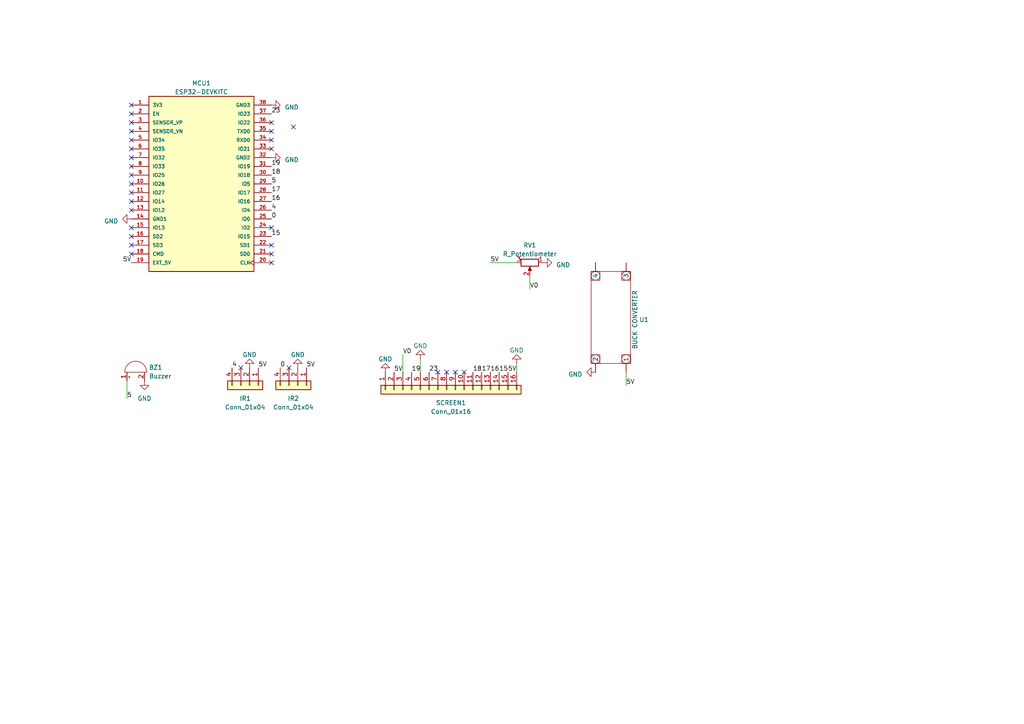
<source format=kicad_sch>
(kicad_sch (version 20230121) (generator eeschema)

  (uuid ffde6766-f3f5-404a-8f13-21f532682008)

  (paper "A4")

  (title_block
    (title "IR Car Speed Detector PCB")
    (date "2023-10-16")
    (company "Dov Cattan")
  )

  (lib_symbols
    (symbol "Connector_Generic:Conn_01x04" (pin_names (offset 1.016) hide) (in_bom yes) (on_board yes)
      (property "Reference" "J" (at 0 5.08 0)
        (effects (font (size 1.27 1.27)))
      )
      (property "Value" "Conn_01x04" (at 0 -7.62 0)
        (effects (font (size 1.27 1.27)))
      )
      (property "Footprint" "" (at 0 0 0)
        (effects (font (size 1.27 1.27)) hide)
      )
      (property "Datasheet" "~" (at 0 0 0)
        (effects (font (size 1.27 1.27)) hide)
      )
      (property "ki_keywords" "connector" (at 0 0 0)
        (effects (font (size 1.27 1.27)) hide)
      )
      (property "ki_description" "Generic connector, single row, 01x04, script generated (kicad-library-utils/schlib/autogen/connector/)" (at 0 0 0)
        (effects (font (size 1.27 1.27)) hide)
      )
      (property "ki_fp_filters" "Connector*:*_1x??_*" (at 0 0 0)
        (effects (font (size 1.27 1.27)) hide)
      )
      (symbol "Conn_01x04_1_1"
        (rectangle (start -1.27 -4.953) (end 0 -5.207)
          (stroke (width 0.1524) (type default))
          (fill (type none))
        )
        (rectangle (start -1.27 -2.413) (end 0 -2.667)
          (stroke (width 0.1524) (type default))
          (fill (type none))
        )
        (rectangle (start -1.27 0.127) (end 0 -0.127)
          (stroke (width 0.1524) (type default))
          (fill (type none))
        )
        (rectangle (start -1.27 2.667) (end 0 2.413)
          (stroke (width 0.1524) (type default))
          (fill (type none))
        )
        (rectangle (start -1.27 3.81) (end 1.27 -6.35)
          (stroke (width 0.254) (type default))
          (fill (type background))
        )
        (pin passive line (at -5.08 2.54 0) (length 3.81)
          (name "Pin_1" (effects (font (size 1.27 1.27))))
          (number "1" (effects (font (size 1.27 1.27))))
        )
        (pin passive line (at -5.08 0 0) (length 3.81)
          (name "Pin_2" (effects (font (size 1.27 1.27))))
          (number "2" (effects (font (size 1.27 1.27))))
        )
        (pin passive line (at -5.08 -2.54 0) (length 3.81)
          (name "Pin_3" (effects (font (size 1.27 1.27))))
          (number "3" (effects (font (size 1.27 1.27))))
        )
        (pin passive line (at -5.08 -5.08 0) (length 3.81)
          (name "Pin_4" (effects (font (size 1.27 1.27))))
          (number "4" (effects (font (size 1.27 1.27))))
        )
      )
    )
    (symbol "Connector_Generic:Conn_01x16" (pin_names (offset 1.016) hide) (in_bom yes) (on_board yes)
      (property "Reference" "J" (at 0 20.32 0)
        (effects (font (size 1.27 1.27)))
      )
      (property "Value" "Conn_01x16" (at 0 -22.86 0)
        (effects (font (size 1.27 1.27)))
      )
      (property "Footprint" "" (at 0 0 0)
        (effects (font (size 1.27 1.27)) hide)
      )
      (property "Datasheet" "~" (at 0 0 0)
        (effects (font (size 1.27 1.27)) hide)
      )
      (property "ki_keywords" "connector" (at 0 0 0)
        (effects (font (size 1.27 1.27)) hide)
      )
      (property "ki_description" "Generic connector, single row, 01x16, script generated (kicad-library-utils/schlib/autogen/connector/)" (at 0 0 0)
        (effects (font (size 1.27 1.27)) hide)
      )
      (property "ki_fp_filters" "Connector*:*_1x??_*" (at 0 0 0)
        (effects (font (size 1.27 1.27)) hide)
      )
      (symbol "Conn_01x16_1_1"
        (rectangle (start -1.27 -20.193) (end 0 -20.447)
          (stroke (width 0.1524) (type default))
          (fill (type none))
        )
        (rectangle (start -1.27 -17.653) (end 0 -17.907)
          (stroke (width 0.1524) (type default))
          (fill (type none))
        )
        (rectangle (start -1.27 -15.113) (end 0 -15.367)
          (stroke (width 0.1524) (type default))
          (fill (type none))
        )
        (rectangle (start -1.27 -12.573) (end 0 -12.827)
          (stroke (width 0.1524) (type default))
          (fill (type none))
        )
        (rectangle (start -1.27 -10.033) (end 0 -10.287)
          (stroke (width 0.1524) (type default))
          (fill (type none))
        )
        (rectangle (start -1.27 -7.493) (end 0 -7.747)
          (stroke (width 0.1524) (type default))
          (fill (type none))
        )
        (rectangle (start -1.27 -4.953) (end 0 -5.207)
          (stroke (width 0.1524) (type default))
          (fill (type none))
        )
        (rectangle (start -1.27 -2.413) (end 0 -2.667)
          (stroke (width 0.1524) (type default))
          (fill (type none))
        )
        (rectangle (start -1.27 0.127) (end 0 -0.127)
          (stroke (width 0.1524) (type default))
          (fill (type none))
        )
        (rectangle (start -1.27 2.667) (end 0 2.413)
          (stroke (width 0.1524) (type default))
          (fill (type none))
        )
        (rectangle (start -1.27 5.207) (end 0 4.953)
          (stroke (width 0.1524) (type default))
          (fill (type none))
        )
        (rectangle (start -1.27 7.747) (end 0 7.493)
          (stroke (width 0.1524) (type default))
          (fill (type none))
        )
        (rectangle (start -1.27 10.287) (end 0 10.033)
          (stroke (width 0.1524) (type default))
          (fill (type none))
        )
        (rectangle (start -1.27 12.827) (end 0 12.573)
          (stroke (width 0.1524) (type default))
          (fill (type none))
        )
        (rectangle (start -1.27 15.367) (end 0 15.113)
          (stroke (width 0.1524) (type default))
          (fill (type none))
        )
        (rectangle (start -1.27 17.907) (end 0 17.653)
          (stroke (width 0.1524) (type default))
          (fill (type none))
        )
        (rectangle (start -1.27 19.05) (end 1.27 -21.59)
          (stroke (width 0.254) (type default))
          (fill (type background))
        )
        (pin passive line (at -5.08 17.78 0) (length 3.81)
          (name "Pin_1" (effects (font (size 1.27 1.27))))
          (number "1" (effects (font (size 1.27 1.27))))
        )
        (pin passive line (at -5.08 -5.08 0) (length 3.81)
          (name "Pin_10" (effects (font (size 1.27 1.27))))
          (number "10" (effects (font (size 1.27 1.27))))
        )
        (pin passive line (at -5.08 -7.62 0) (length 3.81)
          (name "Pin_11" (effects (font (size 1.27 1.27))))
          (number "11" (effects (font (size 1.27 1.27))))
        )
        (pin passive line (at -5.08 -10.16 0) (length 3.81)
          (name "Pin_12" (effects (font (size 1.27 1.27))))
          (number "12" (effects (font (size 1.27 1.27))))
        )
        (pin passive line (at -5.08 -12.7 0) (length 3.81)
          (name "Pin_13" (effects (font (size 1.27 1.27))))
          (number "13" (effects (font (size 1.27 1.27))))
        )
        (pin passive line (at -5.08 -15.24 0) (length 3.81)
          (name "Pin_14" (effects (font (size 1.27 1.27))))
          (number "14" (effects (font (size 1.27 1.27))))
        )
        (pin passive line (at -5.08 -17.78 0) (length 3.81)
          (name "Pin_15" (effects (font (size 1.27 1.27))))
          (number "15" (effects (font (size 1.27 1.27))))
        )
        (pin passive line (at -5.08 -20.32 0) (length 3.81)
          (name "Pin_16" (effects (font (size 1.27 1.27))))
          (number "16" (effects (font (size 1.27 1.27))))
        )
        (pin passive line (at -5.08 15.24 0) (length 3.81)
          (name "Pin_2" (effects (font (size 1.27 1.27))))
          (number "2" (effects (font (size 1.27 1.27))))
        )
        (pin passive line (at -5.08 12.7 0) (length 3.81)
          (name "Pin_3" (effects (font (size 1.27 1.27))))
          (number "3" (effects (font (size 1.27 1.27))))
        )
        (pin passive line (at -5.08 10.16 0) (length 3.81)
          (name "Pin_4" (effects (font (size 1.27 1.27))))
          (number "4" (effects (font (size 1.27 1.27))))
        )
        (pin passive line (at -5.08 7.62 0) (length 3.81)
          (name "Pin_5" (effects (font (size 1.27 1.27))))
          (number "5" (effects (font (size 1.27 1.27))))
        )
        (pin passive line (at -5.08 5.08 0) (length 3.81)
          (name "Pin_6" (effects (font (size 1.27 1.27))))
          (number "6" (effects (font (size 1.27 1.27))))
        )
        (pin passive line (at -5.08 2.54 0) (length 3.81)
          (name "Pin_7" (effects (font (size 1.27 1.27))))
          (number "7" (effects (font (size 1.27 1.27))))
        )
        (pin passive line (at -5.08 0 0) (length 3.81)
          (name "Pin_8" (effects (font (size 1.27 1.27))))
          (number "8" (effects (font (size 1.27 1.27))))
        )
        (pin passive line (at -5.08 -2.54 0) (length 3.81)
          (name "Pin_9" (effects (font (size 1.27 1.27))))
          (number "9" (effects (font (size 1.27 1.27))))
        )
      )
    )
    (symbol "DC-DC lm2596 Module:LM2596_DC-DC" (in_bom yes) (on_board yes)
      (property "Reference" "U1" (at 0 0 90)
        (effects (font (size 1.27 1.27)) (justify left))
      )
      (property "Value" "BUCK CONVERTER" (at 0 0 0)
        (effects (font (size 1.27 1.27)))
      )
      (property "Footprint" "shifting-2023-04-19_134047:DD_3amp-w_pot_holes" (at 0 0 0)
        (effects (font (size 1.27 1.27)) hide)
      )
      (property "Datasheet" "" (at 0 0 0)
        (effects (font (size 1.27 1.27)) hide)
      )
      (symbol "LM2596_DC-DC_0_1"
        (rectangle (start -13.97 -10.16) (end -11.43 -12.7)
          (stroke (width 0) (type default))
          (fill (type none))
        )
        (rectangle (start -13.97 -1.27) (end -11.43 -3.81)
          (stroke (width 0) (type default))
          (fill (type none))
        )
        (rectangle (start -13.97 -1.27) (end 12.7 -12.7)
          (stroke (width 0) (type default))
          (fill (type none))
        )
        (circle (center -12.7 -11.43) (radius 1.27)
          (stroke (width 0) (type default))
          (fill (type none))
        )
        (circle (center -12.7 -2.54) (radius 1.27)
          (stroke (width 0) (type default))
          (fill (type none))
        )
        (rectangle (start 10.16 -10.16) (end 12.7 -12.7)
          (stroke (width 0) (type default))
          (fill (type none))
        )
        (rectangle (start 10.16 -1.27) (end 12.7 -3.81)
          (stroke (width 0) (type default))
          (fill (type none))
        )
        (circle (center 11.43 -11.43) (radius 1.27)
          (stroke (width 0) (type default))
          (fill (type none))
        )
        (circle (center 11.43 -2.54) (radius 1.27)
          (stroke (width 0) (type default))
          (fill (type none))
        )
      )
      (symbol "LM2596_DC-DC_1_1"
        (pin input line (at 15.24 -2.54 180) (length 2.54)
          (name "1" (effects (font (size 1.27 1.27))))
          (number "" (effects (font (size 1.27 1.27))))
        )
        (pin input line (at 15.24 -11.43 180) (length 2.54)
          (name "2" (effects (font (size 1.27 1.27))))
          (number "" (effects (font (size 1.27 1.27))))
        )
        (pin output line (at -16.51 -2.54 0) (length 2.54)
          (name "3" (effects (font (size 1.27 1.27))))
          (number "" (effects (font (size 1.27 1.27))))
        )
        (pin output line (at -16.51 -11.43 0) (length 2.54)
          (name "4" (effects (font (size 1.27 1.27))))
          (number "" (effects (font (size 1.27 1.27))))
        )
      )
    )
    (symbol "Device:Buzzer" (pin_names (offset 0.0254) hide) (in_bom yes) (on_board yes)
      (property "Reference" "BZ" (at 3.81 1.27 0)
        (effects (font (size 1.27 1.27)) (justify left))
      )
      (property "Value" "Buzzer" (at 3.81 -1.27 0)
        (effects (font (size 1.27 1.27)) (justify left))
      )
      (property "Footprint" "" (at -0.635 2.54 90)
        (effects (font (size 1.27 1.27)) hide)
      )
      (property "Datasheet" "~" (at -0.635 2.54 90)
        (effects (font (size 1.27 1.27)) hide)
      )
      (property "ki_keywords" "quartz resonator ceramic" (at 0 0 0)
        (effects (font (size 1.27 1.27)) hide)
      )
      (property "ki_description" "Buzzer, polarized" (at 0 0 0)
        (effects (font (size 1.27 1.27)) hide)
      )
      (property "ki_fp_filters" "*Buzzer*" (at 0 0 0)
        (effects (font (size 1.27 1.27)) hide)
      )
      (symbol "Buzzer_0_1"
        (arc (start 0 -3.175) (mid 3.1612 0) (end 0 3.175)
          (stroke (width 0) (type default))
          (fill (type none))
        )
        (polyline
          (pts
            (xy -1.651 1.905)
            (xy -1.143 1.905)
          )
          (stroke (width 0) (type default))
          (fill (type none))
        )
        (polyline
          (pts
            (xy -1.397 2.159)
            (xy -1.397 1.651)
          )
          (stroke (width 0) (type default))
          (fill (type none))
        )
        (polyline
          (pts
            (xy 0 3.175)
            (xy 0 -3.175)
          )
          (stroke (width 0) (type default))
          (fill (type none))
        )
      )
      (symbol "Buzzer_1_1"
        (pin passive line (at -2.54 2.54 0) (length 2.54)
          (name "-" (effects (font (size 1.27 1.27))))
          (number "1" (effects (font (size 1.27 1.27))))
        )
        (pin passive line (at -2.54 -2.54 0) (length 2.54)
          (name "+" (effects (font (size 1.27 1.27))))
          (number "2" (effects (font (size 1.27 1.27))))
        )
      )
    )
    (symbol "Device:R_Potentiometer" (pin_names (offset 1.016) hide) (in_bom yes) (on_board yes)
      (property "Reference" "RV" (at -4.445 0 90)
        (effects (font (size 1.27 1.27)))
      )
      (property "Value" "R_Potentiometer" (at -2.54 0 90)
        (effects (font (size 1.27 1.27)))
      )
      (property "Footprint" "" (at 0 0 0)
        (effects (font (size 1.27 1.27)) hide)
      )
      (property "Datasheet" "~" (at 0 0 0)
        (effects (font (size 1.27 1.27)) hide)
      )
      (property "ki_keywords" "resistor variable" (at 0 0 0)
        (effects (font (size 1.27 1.27)) hide)
      )
      (property "ki_description" "Potentiometer" (at 0 0 0)
        (effects (font (size 1.27 1.27)) hide)
      )
      (property "ki_fp_filters" "Potentiometer*" (at 0 0 0)
        (effects (font (size 1.27 1.27)) hide)
      )
      (symbol "R_Potentiometer_0_1"
        (polyline
          (pts
            (xy 2.54 0)
            (xy 1.524 0)
          )
          (stroke (width 0) (type default))
          (fill (type none))
        )
        (polyline
          (pts
            (xy 1.143 0)
            (xy 2.286 0.508)
            (xy 2.286 -0.508)
            (xy 1.143 0)
          )
          (stroke (width 0) (type default))
          (fill (type outline))
        )
        (rectangle (start 1.016 2.54) (end -1.016 -2.54)
          (stroke (width 0.254) (type default))
          (fill (type none))
        )
      )
      (symbol "R_Potentiometer_1_1"
        (pin passive line (at 0 3.81 270) (length 1.27)
          (name "1" (effects (font (size 1.27 1.27))))
          (number "1" (effects (font (size 1.27 1.27))))
        )
        (pin passive line (at 3.81 0 180) (length 1.27)
          (name "2" (effects (font (size 1.27 1.27))))
          (number "2" (effects (font (size 1.27 1.27))))
        )
        (pin passive line (at 0 -3.81 90) (length 1.27)
          (name "3" (effects (font (size 1.27 1.27))))
          (number "3" (effects (font (size 1.27 1.27))))
        )
      )
    )
    (symbol "ESP32-DEVKITC:ESP32-DEVKITC" (pin_names (offset 1.016)) (in_bom yes) (on_board yes)
      (property "Reference" "U" (at -15.2654 26.0604 0)
        (effects (font (size 1.27 1.27)) (justify left bottom))
      )
      (property "Value" "ESP32-DEVKITC" (at -15.2654 -27.9654 0)
        (effects (font (size 1.27 1.27)) (justify left bottom))
      )
      (property "Footprint" "MODULE_ESP32-DEVKITC" (at 0 0 0)
        (effects (font (size 1.27 1.27)) (justify left bottom) hide)
      )
      (property "Datasheet" "" (at 0 0 0)
        (effects (font (size 1.27 1.27)) (justify left bottom) hide)
      )
      (property "STANDARD" "Manufacturer Recommendations" (at 0 0 0)
        (effects (font (size 1.27 1.27)) (justify left bottom) hide)
      )
      (property "PARTREV" "N/A" (at 0 0 0)
        (effects (font (size 1.27 1.27)) (justify left bottom) hide)
      )
      (property "MANUFACTURER" "ESPRESSIF" (at 0 0 0)
        (effects (font (size 1.27 1.27)) (justify left bottom) hide)
      )
      (property "ki_locked" "" (at 0 0 0)
        (effects (font (size 1.27 1.27)))
      )
      (symbol "ESP32-DEVKITC_0_0"
        (rectangle (start -15.24 -25.4) (end 15.24 25.4)
          (stroke (width 0.254) (type solid))
          (fill (type background))
        )
        (pin power_in line (at -20.32 22.86 0) (length 5.08)
          (name "3V3" (effects (font (size 1.016 1.016))))
          (number "1" (effects (font (size 1.016 1.016))))
        )
        (pin bidirectional line (at -20.32 0 0) (length 5.08)
          (name "IO26" (effects (font (size 1.016 1.016))))
          (number "10" (effects (font (size 1.016 1.016))))
        )
        (pin bidirectional line (at -20.32 -2.54 0) (length 5.08)
          (name "IO27" (effects (font (size 1.016 1.016))))
          (number "11" (effects (font (size 1.016 1.016))))
        )
        (pin bidirectional line (at -20.32 -5.08 0) (length 5.08)
          (name "IO14" (effects (font (size 1.016 1.016))))
          (number "12" (effects (font (size 1.016 1.016))))
        )
        (pin bidirectional line (at -20.32 -7.62 0) (length 5.08)
          (name "IO12" (effects (font (size 1.016 1.016))))
          (number "13" (effects (font (size 1.016 1.016))))
        )
        (pin power_in line (at -20.32 -10.16 0) (length 5.08)
          (name "GND1" (effects (font (size 1.016 1.016))))
          (number "14" (effects (font (size 1.016 1.016))))
        )
        (pin bidirectional line (at -20.32 -12.7 0) (length 5.08)
          (name "IO13" (effects (font (size 1.016 1.016))))
          (number "15" (effects (font (size 1.016 1.016))))
        )
        (pin bidirectional line (at -20.32 -15.24 0) (length 5.08)
          (name "SD2" (effects (font (size 1.016 1.016))))
          (number "16" (effects (font (size 1.016 1.016))))
        )
        (pin bidirectional line (at -20.32 -17.78 0) (length 5.08)
          (name "SD3" (effects (font (size 1.016 1.016))))
          (number "17" (effects (font (size 1.016 1.016))))
        )
        (pin bidirectional line (at -20.32 -20.32 0) (length 5.08)
          (name "CMD" (effects (font (size 1.016 1.016))))
          (number "18" (effects (font (size 1.016 1.016))))
        )
        (pin power_in line (at -20.32 -22.86 0) (length 5.08)
          (name "EXT_5V" (effects (font (size 1.016 1.016))))
          (number "19" (effects (font (size 1.016 1.016))))
        )
        (pin input line (at -20.32 20.32 0) (length 5.08)
          (name "EN" (effects (font (size 1.016 1.016))))
          (number "2" (effects (font (size 1.016 1.016))))
        )
        (pin input clock (at 20.32 -22.86 180) (length 5.08)
          (name "CLK" (effects (font (size 1.016 1.016))))
          (number "20" (effects (font (size 1.016 1.016))))
        )
        (pin bidirectional line (at 20.32 -20.32 180) (length 5.08)
          (name "SD0" (effects (font (size 1.016 1.016))))
          (number "21" (effects (font (size 1.016 1.016))))
        )
        (pin bidirectional line (at 20.32 -17.78 180) (length 5.08)
          (name "SD1" (effects (font (size 1.016 1.016))))
          (number "22" (effects (font (size 1.016 1.016))))
        )
        (pin bidirectional line (at 20.32 -15.24 180) (length 5.08)
          (name "IO15" (effects (font (size 1.016 1.016))))
          (number "23" (effects (font (size 1.016 1.016))))
        )
        (pin bidirectional line (at 20.32 -12.7 180) (length 5.08)
          (name "IO2" (effects (font (size 1.016 1.016))))
          (number "24" (effects (font (size 1.016 1.016))))
        )
        (pin bidirectional line (at 20.32 -10.16 180) (length 5.08)
          (name "IO0" (effects (font (size 1.016 1.016))))
          (number "25" (effects (font (size 1.016 1.016))))
        )
        (pin bidirectional line (at 20.32 -7.62 180) (length 5.08)
          (name "IO4" (effects (font (size 1.016 1.016))))
          (number "26" (effects (font (size 1.016 1.016))))
        )
        (pin bidirectional line (at 20.32 -5.08 180) (length 5.08)
          (name "IO16" (effects (font (size 1.016 1.016))))
          (number "27" (effects (font (size 1.016 1.016))))
        )
        (pin bidirectional line (at 20.32 -2.54 180) (length 5.08)
          (name "IO17" (effects (font (size 1.016 1.016))))
          (number "28" (effects (font (size 1.016 1.016))))
        )
        (pin bidirectional line (at 20.32 0 180) (length 5.08)
          (name "IO5" (effects (font (size 1.016 1.016))))
          (number "29" (effects (font (size 1.016 1.016))))
        )
        (pin input line (at -20.32 17.78 0) (length 5.08)
          (name "SENSOR_VP" (effects (font (size 1.016 1.016))))
          (number "3" (effects (font (size 1.016 1.016))))
        )
        (pin bidirectional line (at 20.32 2.54 180) (length 5.08)
          (name "IO18" (effects (font (size 1.016 1.016))))
          (number "30" (effects (font (size 1.016 1.016))))
        )
        (pin bidirectional line (at 20.32 5.08 180) (length 5.08)
          (name "IO19" (effects (font (size 1.016 1.016))))
          (number "31" (effects (font (size 1.016 1.016))))
        )
        (pin power_in line (at 20.32 7.62 180) (length 5.08)
          (name "GND2" (effects (font (size 1.016 1.016))))
          (number "32" (effects (font (size 1.016 1.016))))
        )
        (pin bidirectional line (at 20.32 10.16 180) (length 5.08)
          (name "IO21" (effects (font (size 1.016 1.016))))
          (number "33" (effects (font (size 1.016 1.016))))
        )
        (pin input line (at 20.32 12.7 180) (length 5.08)
          (name "RXD0" (effects (font (size 1.016 1.016))))
          (number "34" (effects (font (size 1.016 1.016))))
        )
        (pin output line (at 20.32 15.24 180) (length 5.08)
          (name "TXD0" (effects (font (size 1.016 1.016))))
          (number "35" (effects (font (size 1.016 1.016))))
        )
        (pin bidirectional line (at 20.32 17.78 180) (length 5.08)
          (name "IO22" (effects (font (size 1.016 1.016))))
          (number "36" (effects (font (size 1.016 1.016))))
        )
        (pin bidirectional line (at 20.32 20.32 180) (length 5.08)
          (name "IO23" (effects (font (size 1.016 1.016))))
          (number "37" (effects (font (size 1.016 1.016))))
        )
        (pin power_in line (at 20.32 22.86 180) (length 5.08)
          (name "GND3" (effects (font (size 1.016 1.016))))
          (number "38" (effects (font (size 1.016 1.016))))
        )
        (pin input line (at -20.32 15.24 0) (length 5.08)
          (name "SENSOR_VN" (effects (font (size 1.016 1.016))))
          (number "4" (effects (font (size 1.016 1.016))))
        )
        (pin bidirectional line (at -20.32 12.7 0) (length 5.08)
          (name "IO34" (effects (font (size 1.016 1.016))))
          (number "5" (effects (font (size 1.016 1.016))))
        )
        (pin bidirectional line (at -20.32 10.16 0) (length 5.08)
          (name "IO35" (effects (font (size 1.016 1.016))))
          (number "6" (effects (font (size 1.016 1.016))))
        )
        (pin bidirectional line (at -20.32 7.62 0) (length 5.08)
          (name "IO32" (effects (font (size 1.016 1.016))))
          (number "7" (effects (font (size 1.016 1.016))))
        )
        (pin bidirectional line (at -20.32 5.08 0) (length 5.08)
          (name "IO33" (effects (font (size 1.016 1.016))))
          (number "8" (effects (font (size 1.016 1.016))))
        )
        (pin bidirectional line (at -20.32 2.54 0) (length 5.08)
          (name "IO25" (effects (font (size 1.016 1.016))))
          (number "9" (effects (font (size 1.016 1.016))))
        )
      )
    )
    (symbol "power:GND" (power) (pin_names (offset 0)) (in_bom yes) (on_board yes)
      (property "Reference" "#PWR" (at 0 -6.35 0)
        (effects (font (size 1.27 1.27)) hide)
      )
      (property "Value" "GND" (at 0 -3.81 0)
        (effects (font (size 1.27 1.27)))
      )
      (property "Footprint" "" (at 0 0 0)
        (effects (font (size 1.27 1.27)) hide)
      )
      (property "Datasheet" "" (at 0 0 0)
        (effects (font (size 1.27 1.27)) hide)
      )
      (property "ki_keywords" "global power" (at 0 0 0)
        (effects (font (size 1.27 1.27)) hide)
      )
      (property "ki_description" "Power symbol creates a global label with name \"GND\" , ground" (at 0 0 0)
        (effects (font (size 1.27 1.27)) hide)
      )
      (symbol "GND_0_1"
        (polyline
          (pts
            (xy 0 0)
            (xy 0 -1.27)
            (xy 1.27 -1.27)
            (xy 0 -2.54)
            (xy -1.27 -1.27)
            (xy 0 -1.27)
          )
          (stroke (width 0) (type default))
          (fill (type none))
        )
      )
      (symbol "GND_1_1"
        (pin power_in line (at 0 0 270) (length 0) hide
          (name "GND" (effects (font (size 1.27 1.27))))
          (number "1" (effects (font (size 1.27 1.27))))
        )
      )
    )
  )


  (no_connect (at 78.74 73.66) (uuid 01caa31b-05d8-4123-8076-02763a430984))
  (no_connect (at 78.74 35.56) (uuid 1267f91a-0b0c-4cf4-b2ad-04a05865610b))
  (no_connect (at 132.08 107.95) (uuid 138d8654-c744-4538-b09a-80641c035f82))
  (no_connect (at 78.74 40.64) (uuid 18e8074a-9411-4087-a13e-a0b105cd47a6))
  (no_connect (at 134.62 107.95) (uuid 199a3d74-8766-4c91-b7ed-c95ba7b786c9))
  (no_connect (at 78.74 66.04) (uuid 1f027c13-6926-437a-8582-4ea8a652c09f))
  (no_connect (at 38.1 40.64) (uuid 20846fcb-63fd-454d-8455-e97e241e83b5))
  (no_connect (at 38.1 48.26) (uuid 373b8588-fed9-437b-823d-d6d4ddd8b7d6))
  (no_connect (at 38.1 60.96) (uuid 3d9342da-68ae-4035-9134-83b78da36773))
  (no_connect (at 85.09 36.83) (uuid 3e7e5299-5171-4853-a8d9-bc2eb21a3b36))
  (no_connect (at 38.1 35.56) (uuid 49b6576f-7a16-4bf0-a4d0-f1f9bb93a4d5))
  (no_connect (at 38.1 30.48) (uuid 4b9de218-34f5-4c0c-81a5-e4a1e9cc1817))
  (no_connect (at 38.1 55.88) (uuid 57543efc-218e-4bae-a806-17ed14efd3b4))
  (no_connect (at 78.74 38.1) (uuid 5e1101a6-7934-4086-bdd1-c1d05c54321c))
  (no_connect (at 69.85 106.68) (uuid 5faa3bb5-8278-4f71-a6ec-85e8682e2119))
  (no_connect (at 38.1 71.12) (uuid 77b54f82-e218-4eef-9e93-140098465049))
  (no_connect (at 38.1 45.72) (uuid 7910abe1-56e0-48f2-a0ab-5dffc4c3c7d6))
  (no_connect (at 78.74 43.18) (uuid 87a3eec0-1051-458c-b61a-7f740339bcc9))
  (no_connect (at 38.1 68.58) (uuid 903db891-69eb-4e2b-870c-9838a31d1bf9))
  (no_connect (at 127 107.95) (uuid 98da05ce-de97-4bf3-b333-cf78d0cee030))
  (no_connect (at 83.82 106.68) (uuid 9de7731b-35f1-4a38-8d44-b6599dee0bc5))
  (no_connect (at 78.74 71.12) (uuid a016e012-7b4b-4dcb-99a8-ab721d26ff7d))
  (no_connect (at 38.1 33.02) (uuid b7d4978e-ca5b-476c-ae6b-4ad455f5e209))
  (no_connect (at 38.1 38.1) (uuid bad2a3eb-3ca1-4913-a2fc-7ff082f723fe))
  (no_connect (at 38.1 50.8) (uuid c12a8c4a-24a7-4e2f-9f32-c80676ad943b))
  (no_connect (at 38.1 58.42) (uuid c90a9ecb-3368-47be-ac04-9330ba7a4d00))
  (no_connect (at 38.1 43.18) (uuid cb56dde0-5d2f-4cdc-a79c-26f2ba725caf))
  (no_connect (at 38.1 73.66) (uuid d0ede84d-aec5-40f3-898f-9899558b581c))
  (no_connect (at 38.1 53.34) (uuid df82098f-4cfe-4219-9ddf-15b2bd331ca5))
  (no_connect (at 78.74 76.2) (uuid e7ef9680-9e40-4ecf-a048-c8a2edaaa16c))
  (no_connect (at 38.1 66.04) (uuid ecea94d7-6d30-4a2d-86d8-fd8976c4af13))
  (no_connect (at 129.54 107.95) (uuid f2a3c1dc-ee07-4592-b5e4-a39d1c690adb))

  (wire (pts (xy 153.67 80.01) (xy 153.67 83.82))
    (stroke (width 0) (type default))
    (uuid 09f5334b-62a2-4652-9aec-81bd5f424e4b)
  )
  (wire (pts (xy 149.86 105.41) (xy 149.86 107.95))
    (stroke (width 0) (type default))
    (uuid 0fb19181-c644-48eb-8192-6a42de2fff65)
  )
  (wire (pts (xy 121.92 104.14) (xy 121.92 107.95))
    (stroke (width 0) (type default))
    (uuid 45f69bbd-be51-42db-853c-258aa0355aae)
  )
  (wire (pts (xy 116.84 102.87) (xy 116.84 107.95))
    (stroke (width 0) (type default))
    (uuid 4da4c4d5-cb61-4423-9aa4-9615396f382b)
  )
  (wire (pts (xy 181.61 111.76) (xy 181.61 107.95))
    (stroke (width 0) (type default))
    (uuid 57681df7-0c49-43e8-801d-8c5ca547e09e)
  )
  (wire (pts (xy 142.24 76.2) (xy 149.86 76.2))
    (stroke (width 0) (type default))
    (uuid 7d01cb52-549f-4f43-a070-29f8e20edda8)
  )
  (wire (pts (xy 36.83 115.57) (xy 36.83 110.49))
    (stroke (width 0) (type default))
    (uuid ec79a023-ffbf-4647-98dc-0b25f4ecd6fa)
  )

  (label "5" (at 36.83 115.57 0) (fields_autoplaced)
    (effects (font (size 1.27 1.27)) (justify left bottom))
    (uuid 068138ee-080a-4416-9c92-1d51973e9efe)
  )
  (label "18" (at 137.16 107.95 0) (fields_autoplaced)
    (effects (font (size 1.27 1.27)) (justify left bottom))
    (uuid 178ffa8e-f218-4a5f-b6d5-043173f84f98)
  )
  (label "5V" (at 74.93 106.68 0) (fields_autoplaced)
    (effects (font (size 1.27 1.27)) (justify left bottom))
    (uuid 1885450d-8267-441d-abf9-336adad0a58d)
  )
  (label "15" (at 78.74 68.58 0) (fields_autoplaced)
    (effects (font (size 1.27 1.27)) (justify left bottom))
    (uuid 1e6a7da6-3f2d-4c19-8d80-b7fbb77cbcc3)
  )
  (label "15" (at 144.78 107.95 0) (fields_autoplaced)
    (effects (font (size 1.27 1.27)) (justify left bottom))
    (uuid 1f6cb935-a274-44fe-9594-82c4f6160442)
  )
  (label "17" (at 139.7 107.95 0) (fields_autoplaced)
    (effects (font (size 1.27 1.27)) (justify left bottom))
    (uuid 31cac406-0d6e-4458-90bb-a79d0b3b31e0)
  )
  (label "4" (at 78.74 60.96 0) (fields_autoplaced)
    (effects (font (size 1.27 1.27)) (justify left bottom))
    (uuid 3372c30a-e9a9-4036-b9ac-0c17943cec39)
  )
  (label "5" (at 78.74 53.34 0) (fields_autoplaced)
    (effects (font (size 1.27 1.27)) (justify left bottom))
    (uuid 3385583d-c84c-4ecd-ad40-f241bcae0eb1)
  )
  (label "5V" (at 181.61 111.76 0) (fields_autoplaced)
    (effects (font (size 1.27 1.27)) (justify left bottom))
    (uuid 35f9b89d-fb5d-4ed8-9067-ac2a290dd985)
  )
  (label "V0" (at 153.67 83.82 0) (fields_autoplaced)
    (effects (font (size 1.27 1.27)) (justify left bottom))
    (uuid 42ee065d-d715-437e-ba12-4af27eaffa85)
  )
  (label "16" (at 142.24 107.95 0) (fields_autoplaced)
    (effects (font (size 1.27 1.27)) (justify left bottom))
    (uuid 478e7bde-2d86-48ce-b35b-3c8ff9b8a60b)
  )
  (label "19" (at 78.74 48.26 0) (fields_autoplaced)
    (effects (font (size 1.27 1.27)) (justify left bottom))
    (uuid 4ac4691c-8ef8-4552-8f78-9e31cea98c91)
  )
  (label "5V" (at 142.24 76.2 0) (fields_autoplaced)
    (effects (font (size 1.27 1.27)) (justify left bottom))
    (uuid 4e01c593-f32b-443d-b4b0-789be3b49cfe)
  )
  (label "5V" (at 114.3 107.95 0) (fields_autoplaced)
    (effects (font (size 1.27 1.27)) (justify left bottom))
    (uuid 52536802-e556-4a5a-8ef8-1349560f7674)
  )
  (label "23" (at 78.74 33.02 0) (fields_autoplaced)
    (effects (font (size 1.27 1.27)) (justify left bottom))
    (uuid 53d08fbe-a64f-4460-9025-19a4e3674899)
  )
  (label "V0" (at 116.84 102.87 0) (fields_autoplaced)
    (effects (font (size 1.27 1.27)) (justify left bottom))
    (uuid 5467609b-9269-4c10-ba69-01bebe9d33a9)
  )
  (label "0" (at 78.74 63.5 0) (fields_autoplaced)
    (effects (font (size 1.27 1.27)) (justify left bottom))
    (uuid 57517e6c-89e8-4604-a168-13dfc822ea30)
  )
  (label "4" (at 67.31 106.68 0) (fields_autoplaced)
    (effects (font (size 1.27 1.27)) (justify left bottom))
    (uuid 64893497-c052-4edd-828a-3cc52d104ea1)
  )
  (label "16" (at 78.74 58.42 0) (fields_autoplaced)
    (effects (font (size 1.27 1.27)) (justify left bottom))
    (uuid 6549022e-a396-4b81-ac54-f2cf2c55ccf9)
  )
  (label "18" (at 78.74 50.8 0) (fields_autoplaced)
    (effects (font (size 1.27 1.27)) (justify left bottom))
    (uuid 7b688e70-3066-49f3-b070-b9ca63ed354b)
  )
  (label "5V" (at 88.9 106.68 0) (fields_autoplaced)
    (effects (font (size 1.27 1.27)) (justify left bottom))
    (uuid 80f223e1-5d72-4d03-922a-fc82b03048c8)
  )
  (label "17" (at 78.74 55.88 0) (fields_autoplaced)
    (effects (font (size 1.27 1.27)) (justify left bottom))
    (uuid bb8e0b00-c835-4de7-8b68-508bdce40047)
  )
  (label "5V" (at 38.1 76.2 180) (fields_autoplaced)
    (effects (font (size 1.27 1.27)) (justify right bottom))
    (uuid cea45d1c-1d06-4cf9-827e-38f48e1d8401)
  )
  (label "23" (at 124.46 107.95 0) (fields_autoplaced)
    (effects (font (size 1.27 1.27)) (justify left bottom))
    (uuid e416e13e-e90b-40ff-887d-84e18d375420)
  )
  (label "0" (at 81.28 106.68 0) (fields_autoplaced)
    (effects (font (size 1.27 1.27)) (justify left bottom))
    (uuid e5ea865c-6cf4-48bd-aec7-1e1013b2a78a)
  )
  (label "19" (at 119.38 107.95 0) (fields_autoplaced)
    (effects (font (size 1.27 1.27)) (justify left bottom))
    (uuid eb08a6fe-3484-48d9-afd3-bea8e9d5f973)
  )
  (label "5V" (at 147.32 107.95 0) (fields_autoplaced)
    (effects (font (size 1.27 1.27)) (justify left bottom))
    (uuid f7802d50-970d-4a4d-a837-e444a87f3a36)
  )

  (symbol (lib_id "Connector_Generic:Conn_01x16") (at 129.54 113.03 90) (mirror x) (unit 1)
    (in_bom yes) (on_board yes) (dnp no)
    (uuid 00958dda-50fe-45e2-9c8f-86c3d0971025)
    (property "Reference" "SCREEN1" (at 130.81 116.84 90)
      (effects (font (size 1.27 1.27)))
    )
    (property "Value" "Conn_01x16" (at 130.81 119.38 90)
      (effects (font (size 1.27 1.27)))
    )
    (property "Footprint" "Connector_PinHeader_2.54mm:PinHeader_1x16_P2.54mm_Vertical" (at 129.54 113.03 0)
      (effects (font (size 1.27 1.27)) hide)
    )
    (property "Datasheet" "~" (at 129.54 113.03 0)
      (effects (font (size 1.27 1.27)) hide)
    )
    (pin "1" (uuid 7eb26f52-cfe1-48f6-8c6e-bcf44ff4ddbb))
    (pin "10" (uuid 350bbd9e-5145-41f8-813e-12f02b5a5bf7))
    (pin "11" (uuid 92b15269-cf97-4aa9-ae6f-67b439e2182c))
    (pin "12" (uuid 7dcd8250-462f-452a-98dd-fd2c1b94e1d2))
    (pin "13" (uuid e469ca23-ba14-4dba-9d97-8087535aa2b8))
    (pin "14" (uuid 3d28068b-bc5c-403d-8a2b-1fe748afe413))
    (pin "15" (uuid 4f0bd563-dbca-4df2-a856-aeb37eb50143))
    (pin "16" (uuid fb664521-91c1-43aa-bea9-b0d4028c33c2))
    (pin "2" (uuid ad4e4454-8b3a-48c1-b970-3351c57cc631))
    (pin "3" (uuid 46a89e98-19de-493f-9065-096368460400))
    (pin "4" (uuid 6079c89e-810f-4416-b805-f64ba08dc96f))
    (pin "5" (uuid 329479c8-4885-4d72-a403-8dc9172f30f7))
    (pin "6" (uuid 88aa9607-4fe9-4d59-aea7-acb99c79e342))
    (pin "7" (uuid 007c0ba3-4e5e-4430-ac79-d2d784d94d3b))
    (pin "8" (uuid 5a43eac2-8204-4f91-8640-d455d40eb1ad))
    (pin "9" (uuid c6bdf4e0-abf5-4456-8597-f65e9c20a8ab))
    (instances
      (project "Car Speed Detector"
        (path "/ffde6766-f3f5-404a-8f13-21f532682008"
          (reference "SCREEN1") (unit 1)
        )
      )
    )
  )

  (symbol (lib_id "power:GND") (at 38.1 63.5 270) (unit 1)
    (in_bom yes) (on_board yes) (dnp no) (fields_autoplaced)
    (uuid 26da245d-829c-4c01-a09b-4c4f1ef3caec)
    (property "Reference" "#PWR08" (at 31.75 63.5 0)
      (effects (font (size 1.27 1.27)) hide)
    )
    (property "Value" "GND" (at 34.29 64.135 90)
      (effects (font (size 1.27 1.27)) (justify right))
    )
    (property "Footprint" "" (at 38.1 63.5 0)
      (effects (font (size 1.27 1.27)) hide)
    )
    (property "Datasheet" "" (at 38.1 63.5 0)
      (effects (font (size 1.27 1.27)) hide)
    )
    (pin "1" (uuid 71492c46-9797-4892-8359-02b0155492b5))
    (instances
      (project "Car Speed Detector"
        (path "/ffde6766-f3f5-404a-8f13-21f532682008"
          (reference "#PWR08") (unit 1)
        )
      )
    )
  )

  (symbol (lib_id "power:GND") (at 72.39 106.68 180) (unit 1)
    (in_bom yes) (on_board yes) (dnp no) (fields_autoplaced)
    (uuid 27fd132f-bf7a-47d4-9da1-7a5f590a34ed)
    (property "Reference" "#PWR06" (at 72.39 100.33 0)
      (effects (font (size 1.27 1.27)) hide)
    )
    (property "Value" "GND" (at 72.39 102.87 0)
      (effects (font (size 1.27 1.27)))
    )
    (property "Footprint" "" (at 72.39 106.68 0)
      (effects (font (size 1.27 1.27)) hide)
    )
    (property "Datasheet" "" (at 72.39 106.68 0)
      (effects (font (size 1.27 1.27)) hide)
    )
    (pin "1" (uuid b98ab758-00c2-4792-ad9f-9917958420df))
    (instances
      (project "Car Speed Detector"
        (path "/ffde6766-f3f5-404a-8f13-21f532682008"
          (reference "#PWR06") (unit 1)
        )
      )
    )
  )

  (symbol (lib_id "Connector_Generic:Conn_01x04") (at 86.36 111.76 270) (unit 1)
    (in_bom yes) (on_board yes) (dnp no) (fields_autoplaced)
    (uuid 497ea34c-ee16-4b98-9902-e8fa680b5016)
    (property "Reference" "IR2" (at 85.09 115.57 90)
      (effects (font (size 1.27 1.27)))
    )
    (property "Value" "Conn_01x04" (at 85.09 118.11 90)
      (effects (font (size 1.27 1.27)))
    )
    (property "Footprint" "Connector_PinHeader_2.54mm:PinHeader_1x04_P2.54mm_Vertical" (at 86.36 111.76 0)
      (effects (font (size 1.27 1.27)) hide)
    )
    (property "Datasheet" "~" (at 86.36 111.76 0)
      (effects (font (size 1.27 1.27)) hide)
    )
    (pin "1" (uuid b346f8f9-7942-49e3-9664-b1153b554e4e))
    (pin "2" (uuid f065c1ba-4a7b-4e5e-9d98-8860827e3989))
    (pin "3" (uuid f5307ab0-1f26-4551-939d-90b4ec6848fd))
    (pin "4" (uuid 992917b5-cf12-412b-bf29-6ef5f0621756))
    (instances
      (project "Car Speed Detector"
        (path "/ffde6766-f3f5-404a-8f13-21f532682008"
          (reference "IR2") (unit 1)
        )
      )
    )
  )

  (symbol (lib_id "DC-DC lm2596 Module:LM2596_DC-DC") (at 184.15 92.71 270) (unit 1)
    (in_bom yes) (on_board yes) (dnp no)
    (uuid 5333f766-eae8-4db7-b0f4-2e1efa7e86c8)
    (property "Reference" "U1" (at 185.42 92.71 90)
      (effects (font (size 1.27 1.27)) (justify left))
    )
    (property "Value" "BUCK CONVERTER" (at 184.15 92.71 0)
      (effects (font (size 1.27 1.27)))
    )
    (property "Footprint" "shifting-2023-04-19_134047:DD_3amp-w_pot_holes" (at 184.15 92.71 0)
      (effects (font (size 1.27 1.27)) hide)
    )
    (property "Datasheet" "" (at 184.15 92.71 0)
      (effects (font (size 1.27 1.27)) hide)
    )
    (pin "" (uuid f13e693c-5577-4d0b-9bff-1e6ca2127052))
    (pin "" (uuid f13e693c-5577-4d0b-9bff-1e6ca2127052))
    (pin "" (uuid f13e693c-5577-4d0b-9bff-1e6ca2127052))
    (pin "" (uuid f13e693c-5577-4d0b-9bff-1e6ca2127052))
    (instances
      (project "Car Speed Detector"
        (path "/ffde6766-f3f5-404a-8f13-21f532682008"
          (reference "U1") (unit 1)
        )
      )
    )
  )

  (symbol (lib_id "power:GND") (at 157.48 76.2 90) (unit 1)
    (in_bom yes) (on_board yes) (dnp no) (fields_autoplaced)
    (uuid 649b1a85-e0a7-4c7e-af26-90213b78c2ad)
    (property "Reference" "#PWR04" (at 163.83 76.2 0)
      (effects (font (size 1.27 1.27)) hide)
    )
    (property "Value" "GND" (at 161.29 76.835 90)
      (effects (font (size 1.27 1.27)) (justify right))
    )
    (property "Footprint" "" (at 157.48 76.2 0)
      (effects (font (size 1.27 1.27)) hide)
    )
    (property "Datasheet" "" (at 157.48 76.2 0)
      (effects (font (size 1.27 1.27)) hide)
    )
    (pin "1" (uuid 2b2c1c2a-dc8d-4eb3-9e81-01bd378d08f6))
    (instances
      (project "Car Speed Detector"
        (path "/ffde6766-f3f5-404a-8f13-21f532682008"
          (reference "#PWR04") (unit 1)
        )
      )
    )
  )

  (symbol (lib_id "Device:R_Potentiometer") (at 153.67 76.2 270) (unit 1)
    (in_bom yes) (on_board yes) (dnp no) (fields_autoplaced)
    (uuid 6eccf054-f060-4460-9689-3813fa5e92a0)
    (property "Reference" "RV1" (at 153.67 71.12 90)
      (effects (font (size 1.27 1.27)))
    )
    (property "Value" "R_Potentiometer" (at 153.67 73.66 90)
      (effects (font (size 1.27 1.27)))
    )
    (property "Footprint" "Potentiometer_THT:Potentiometer_ACP_CA14V-15_Vertical" (at 153.67 76.2 0)
      (effects (font (size 1.27 1.27)) hide)
    )
    (property "Datasheet" "~" (at 153.67 76.2 0)
      (effects (font (size 1.27 1.27)) hide)
    )
    (pin "1" (uuid 2692553f-4047-4bb0-99ca-8aa9e2e1855d))
    (pin "2" (uuid 78b131d6-310f-4374-83a8-d7ac1d5e8bab))
    (pin "3" (uuid 9a9d2a40-1976-4a8b-95b6-5013e2cd4a45))
    (instances
      (project "Car Speed Detector"
        (path "/ffde6766-f3f5-404a-8f13-21f532682008"
          (reference "RV1") (unit 1)
        )
      )
    )
  )

  (symbol (lib_id "ESP32-DEVKITC:ESP32-DEVKITC") (at 58.42 53.34 0) (unit 1)
    (in_bom yes) (on_board yes) (dnp no) (fields_autoplaced)
    (uuid 73026636-b9d3-4768-b635-db668febbae4)
    (property "Reference" "MCU1" (at 58.42 24.13 0)
      (effects (font (size 1.27 1.27)))
    )
    (property "Value" "ESP32-DEVKITC" (at 58.42 26.67 0)
      (effects (font (size 1.27 1.27)))
    )
    (property "Footprint" "MODULE_ESP32-DEVKITC" (at 58.42 53.34 0)
      (effects (font (size 1.27 1.27)) (justify left bottom) hide)
    )
    (property "Datasheet" "" (at 58.42 53.34 0)
      (effects (font (size 1.27 1.27)) (justify left bottom) hide)
    )
    (property "STANDARD" "Manufacturer Recommendations" (at 58.42 53.34 0)
      (effects (font (size 1.27 1.27)) (justify left bottom) hide)
    )
    (property "PARTREV" "N/A" (at 58.42 53.34 0)
      (effects (font (size 1.27 1.27)) (justify left bottom) hide)
    )
    (property "MANUFACTURER" "ESPRESSIF" (at 58.42 53.34 0)
      (effects (font (size 1.27 1.27)) (justify left bottom) hide)
    )
    (pin "1" (uuid acc8d99d-0d43-4274-8080-359b1adfb9df))
    (pin "10" (uuid af2f3acf-3fc7-48ec-a7e7-523767447a7d))
    (pin "11" (uuid d5ab1a5b-e283-4b7a-bc5d-25b31c4349e7))
    (pin "12" (uuid 308af8dc-f2c4-48bf-be95-3bb266354e4c))
    (pin "13" (uuid f96c1f1e-f684-472b-8628-e8906a0ef12d))
    (pin "14" (uuid 70ef7c6d-727b-456a-852d-0087de2733d4))
    (pin "15" (uuid 7e836e4d-4d18-4829-b20d-fcc78ccdc7dc))
    (pin "16" (uuid a9d5063b-4736-4620-8e4f-abb082b8ccd5))
    (pin "17" (uuid ab0cced9-8e0f-4a30-82a0-5fa79ff652ef))
    (pin "18" (uuid 6b2f6d43-09fc-427e-9d9c-647998007d76))
    (pin "19" (uuid f26e69d5-0b07-4b75-a844-445db1f8ab98))
    (pin "2" (uuid fb8161f5-24df-4ecb-994a-05822e9c4668))
    (pin "20" (uuid 8da07d63-0f42-47d9-ab4b-500682b37137))
    (pin "21" (uuid 6fecb3af-ecdc-461d-b341-1d7be70c86d1))
    (pin "22" (uuid 24f7cdc9-1705-4777-b8fe-74ea1f6369b9))
    (pin "23" (uuid 85cbbfcc-e5f8-4c54-833b-953001467d9f))
    (pin "24" (uuid 960d435e-ac84-4ee2-b2c9-9a8e41a8bf84))
    (pin "25" (uuid 4ba041c5-f6c5-40f5-a81f-453aafef83a2))
    (pin "26" (uuid 20ef0377-fa68-4d97-98f2-763fa3cb8853))
    (pin "27" (uuid fbf30732-db1d-4a15-adc2-7534569f65b4))
    (pin "28" (uuid 0de1afc5-d9bd-4ff5-961e-b990077d7aa9))
    (pin "29" (uuid 4a5b53b5-bf95-4ecb-8f12-2ccadbe65498))
    (pin "3" (uuid 31d82f52-470a-47e7-8b22-6003708cf0d4))
    (pin "30" (uuid e356e9b1-e4d7-4f45-ad17-3ca3be08caec))
    (pin "31" (uuid eab00e71-7b9d-471e-88e9-e51189e5f4fb))
    (pin "32" (uuid 0475a608-62c7-4cb0-bce9-d816309629d2))
    (pin "33" (uuid a845688b-ce52-45b9-ac64-0483b53699d3))
    (pin "34" (uuid 8416d546-9442-49a4-9d4e-273e4f578d59))
    (pin "35" (uuid 7debc295-9b6a-4424-a2ef-4fc6ff4c59be))
    (pin "36" (uuid ff7a21ac-cf9e-4202-bf13-05bdbb93f53f))
    (pin "37" (uuid 84b09f05-3baf-4041-b569-1ee98a21822d))
    (pin "38" (uuid 035141ea-5fc3-4e63-848b-ad1c409ccb64))
    (pin "4" (uuid 7e7440e8-9915-46ad-929d-46e51db81233))
    (pin "5" (uuid 16ddad99-1da4-4e33-bffb-e99d60d98f46))
    (pin "6" (uuid 882186cc-b520-447a-a12a-0468da79e24c))
    (pin "7" (uuid aa2a36d6-5b4b-4d3f-aaaf-ebc8fb36357b))
    (pin "8" (uuid 6f2d02fb-c789-4b65-a452-0502edb1731b))
    (pin "9" (uuid a5ada9c2-68b9-4b6a-a0c2-c75edf102349))
    (instances
      (project "Car Speed Detector"
        (path "/ffde6766-f3f5-404a-8f13-21f532682008"
          (reference "MCU1") (unit 1)
        )
      )
    )
  )

  (symbol (lib_id "power:GND") (at 172.72 107.95 270) (unit 1)
    (in_bom yes) (on_board yes) (dnp no) (fields_autoplaced)
    (uuid 81fb339a-9416-40c7-89cd-da2ee99b8241)
    (property "Reference" "#PWR010" (at 166.37 107.95 0)
      (effects (font (size 1.27 1.27)) hide)
    )
    (property "Value" "GND" (at 168.91 108.585 90)
      (effects (font (size 1.27 1.27)) (justify right))
    )
    (property "Footprint" "" (at 172.72 107.95 0)
      (effects (font (size 1.27 1.27)) hide)
    )
    (property "Datasheet" "" (at 172.72 107.95 0)
      (effects (font (size 1.27 1.27)) hide)
    )
    (pin "1" (uuid bf4b702f-5284-4513-be8b-8ba6dfe651bc))
    (instances
      (project "Car Speed Detector"
        (path "/ffde6766-f3f5-404a-8f13-21f532682008"
          (reference "#PWR010") (unit 1)
        )
      )
    )
  )

  (symbol (lib_id "power:GND") (at 78.74 30.48 90) (unit 1)
    (in_bom yes) (on_board yes) (dnp no) (fields_autoplaced)
    (uuid 8b22b105-c2fd-4b72-b2b4-381d06e05361)
    (property "Reference" "#PWR07" (at 85.09 30.48 0)
      (effects (font (size 1.27 1.27)) hide)
    )
    (property "Value" "GND" (at 82.55 31.115 90)
      (effects (font (size 1.27 1.27)) (justify right))
    )
    (property "Footprint" "" (at 78.74 30.48 0)
      (effects (font (size 1.27 1.27)) hide)
    )
    (property "Datasheet" "" (at 78.74 30.48 0)
      (effects (font (size 1.27 1.27)) hide)
    )
    (pin "1" (uuid 03949568-a914-4894-b4fb-e764053e756c))
    (instances
      (project "Car Speed Detector"
        (path "/ffde6766-f3f5-404a-8f13-21f532682008"
          (reference "#PWR07") (unit 1)
        )
      )
    )
  )

  (symbol (lib_id "power:GND") (at 86.36 106.68 180) (unit 1)
    (in_bom yes) (on_board yes) (dnp no) (fields_autoplaced)
    (uuid 9ba7e41a-8a62-41fc-9f4e-230fc17fcdbd)
    (property "Reference" "#PWR05" (at 86.36 100.33 0)
      (effects (font (size 1.27 1.27)) hide)
    )
    (property "Value" "GND" (at 86.36 102.87 0)
      (effects (font (size 1.27 1.27)))
    )
    (property "Footprint" "" (at 86.36 106.68 0)
      (effects (font (size 1.27 1.27)) hide)
    )
    (property "Datasheet" "" (at 86.36 106.68 0)
      (effects (font (size 1.27 1.27)) hide)
    )
    (pin "1" (uuid 687f03ef-a14f-4822-aab6-fc31d770884d))
    (instances
      (project "Car Speed Detector"
        (path "/ffde6766-f3f5-404a-8f13-21f532682008"
          (reference "#PWR05") (unit 1)
        )
      )
    )
  )

  (symbol (lib_id "power:GND") (at 121.92 104.14 180) (unit 1)
    (in_bom yes) (on_board yes) (dnp no) (fields_autoplaced)
    (uuid b6f7a644-4b49-4f05-a0af-b5f4d49f4521)
    (property "Reference" "#PWR02" (at 121.92 97.79 0)
      (effects (font (size 1.27 1.27)) hide)
    )
    (property "Value" "GND" (at 121.92 100.33 0)
      (effects (font (size 1.27 1.27)))
    )
    (property "Footprint" "" (at 121.92 104.14 0)
      (effects (font (size 1.27 1.27)) hide)
    )
    (property "Datasheet" "" (at 121.92 104.14 0)
      (effects (font (size 1.27 1.27)) hide)
    )
    (pin "1" (uuid 8d76939c-693b-4da8-b142-ab9349357202))
    (instances
      (project "Car Speed Detector"
        (path "/ffde6766-f3f5-404a-8f13-21f532682008"
          (reference "#PWR02") (unit 1)
        )
      )
    )
  )

  (symbol (lib_id "power:GND") (at 149.86 105.41 180) (unit 1)
    (in_bom yes) (on_board yes) (dnp no) (fields_autoplaced)
    (uuid c6227c41-7368-48ca-8fa0-df7d13167602)
    (property "Reference" "#PWR03" (at 149.86 99.06 0)
      (effects (font (size 1.27 1.27)) hide)
    )
    (property "Value" "GND" (at 149.86 101.6 0)
      (effects (font (size 1.27 1.27)))
    )
    (property "Footprint" "" (at 149.86 105.41 0)
      (effects (font (size 1.27 1.27)) hide)
    )
    (property "Datasheet" "" (at 149.86 105.41 0)
      (effects (font (size 1.27 1.27)) hide)
    )
    (pin "1" (uuid ac489a6b-b437-41b1-a0b5-12631f873661))
    (instances
      (project "Car Speed Detector"
        (path "/ffde6766-f3f5-404a-8f13-21f532682008"
          (reference "#PWR03") (unit 1)
        )
      )
    )
  )

  (symbol (lib_id "Connector_Generic:Conn_01x04") (at 72.39 111.76 270) (unit 1)
    (in_bom yes) (on_board yes) (dnp no) (fields_autoplaced)
    (uuid d67ac3bb-3699-4777-9a49-5b02f8d90615)
    (property "Reference" "IR1" (at 71.12 115.57 90)
      (effects (font (size 1.27 1.27)))
    )
    (property "Value" "Conn_01x04" (at 71.12 118.11 90)
      (effects (font (size 1.27 1.27)))
    )
    (property "Footprint" "Connector_PinHeader_2.54mm:PinHeader_1x04_P2.54mm_Vertical" (at 72.39 111.76 0)
      (effects (font (size 1.27 1.27)) hide)
    )
    (property "Datasheet" "~" (at 72.39 111.76 0)
      (effects (font (size 1.27 1.27)) hide)
    )
    (pin "1" (uuid 0aebc2f6-1afb-4aee-8a23-03de01e270d5))
    (pin "2" (uuid b58a9f05-5e41-41c0-b8df-7b43ced5e15a))
    (pin "3" (uuid 2080419a-68a4-4100-a81c-dfaeb2cc2dbc))
    (pin "4" (uuid 70ce4d27-3e7a-414c-9824-33f41a9c2dd7))
    (instances
      (project "Car Speed Detector"
        (path "/ffde6766-f3f5-404a-8f13-21f532682008"
          (reference "IR1") (unit 1)
        )
      )
    )
  )

  (symbol (lib_id "Device:Buzzer") (at 39.37 107.95 90) (unit 1)
    (in_bom yes) (on_board yes) (dnp no) (fields_autoplaced)
    (uuid ddfc7a0e-0f38-4af8-9347-36ca09aae32d)
    (property "Reference" "BZ1" (at 43.18 106.5599 90)
      (effects (font (size 1.27 1.27)) (justify right))
    )
    (property "Value" "Buzzer" (at 43.18 109.0999 90)
      (effects (font (size 1.27 1.27)) (justify right))
    )
    (property "Footprint" "Buzzer_Beeper:Buzzer_12x9.5RM7.6" (at 36.83 108.585 90)
      (effects (font (size 1.27 1.27)) hide)
    )
    (property "Datasheet" "~" (at 36.83 108.585 90)
      (effects (font (size 1.27 1.27)) hide)
    )
    (pin "1" (uuid 4a54be59-8d2b-4c31-adbe-6308ba2036ad))
    (pin "2" (uuid 8a79990d-e025-4a0c-ba8e-a45db07bcfcf))
    (instances
      (project "Car Speed Detector"
        (path "/ffde6766-f3f5-404a-8f13-21f532682008"
          (reference "BZ1") (unit 1)
        )
      )
    )
  )

  (symbol (lib_id "power:GND") (at 111.76 107.95 180) (unit 1)
    (in_bom yes) (on_board yes) (dnp no) (fields_autoplaced)
    (uuid e20f7e6b-600f-4885-9f39-44f02bf3e680)
    (property "Reference" "#PWR01" (at 111.76 101.6 0)
      (effects (font (size 1.27 1.27)) hide)
    )
    (property "Value" "GND" (at 111.76 104.14 0)
      (effects (font (size 1.27 1.27)))
    )
    (property "Footprint" "" (at 111.76 107.95 0)
      (effects (font (size 1.27 1.27)) hide)
    )
    (property "Datasheet" "" (at 111.76 107.95 0)
      (effects (font (size 1.27 1.27)) hide)
    )
    (pin "1" (uuid d5309140-fbdc-42dc-b5b7-7be6ac77baa0))
    (instances
      (project "Car Speed Detector"
        (path "/ffde6766-f3f5-404a-8f13-21f532682008"
          (reference "#PWR01") (unit 1)
        )
      )
    )
  )

  (symbol (lib_id "power:GND") (at 78.74 45.72 90) (unit 1)
    (in_bom yes) (on_board yes) (dnp no) (fields_autoplaced)
    (uuid e401ed95-c40e-4dcf-9e1a-19b1177073ff)
    (property "Reference" "#PWR09" (at 85.09 45.72 0)
      (effects (font (size 1.27 1.27)) hide)
    )
    (property "Value" "GND" (at 82.55 46.355 90)
      (effects (font (size 1.27 1.27)) (justify right))
    )
    (property "Footprint" "" (at 78.74 45.72 0)
      (effects (font (size 1.27 1.27)) hide)
    )
    (property "Datasheet" "" (at 78.74 45.72 0)
      (effects (font (size 1.27 1.27)) hide)
    )
    (pin "1" (uuid 33b8cc62-903a-4436-8b8d-5537ec29a193))
    (instances
      (project "Car Speed Detector"
        (path "/ffde6766-f3f5-404a-8f13-21f532682008"
          (reference "#PWR09") (unit 1)
        )
      )
    )
  )

  (symbol (lib_id "power:GND") (at 41.91 110.49 0) (unit 1)
    (in_bom yes) (on_board yes) (dnp no) (fields_autoplaced)
    (uuid f1a11bcd-733d-478c-ae91-e666deb959ea)
    (property "Reference" "#PWR011" (at 41.91 116.84 0)
      (effects (font (size 1.27 1.27)) hide)
    )
    (property "Value" "GND" (at 41.91 115.57 0)
      (effects (font (size 1.27 1.27)))
    )
    (property "Footprint" "" (at 41.91 110.49 0)
      (effects (font (size 1.27 1.27)) hide)
    )
    (property "Datasheet" "" (at 41.91 110.49 0)
      (effects (font (size 1.27 1.27)) hide)
    )
    (pin "1" (uuid 0bc8e875-563c-41dc-9b55-806cb635850d))
    (instances
      (project "Car Speed Detector"
        (path "/ffde6766-f3f5-404a-8f13-21f532682008"
          (reference "#PWR011") (unit 1)
        )
      )
    )
  )

  (sheet_instances
    (path "/" (page "1"))
  )
)

</source>
